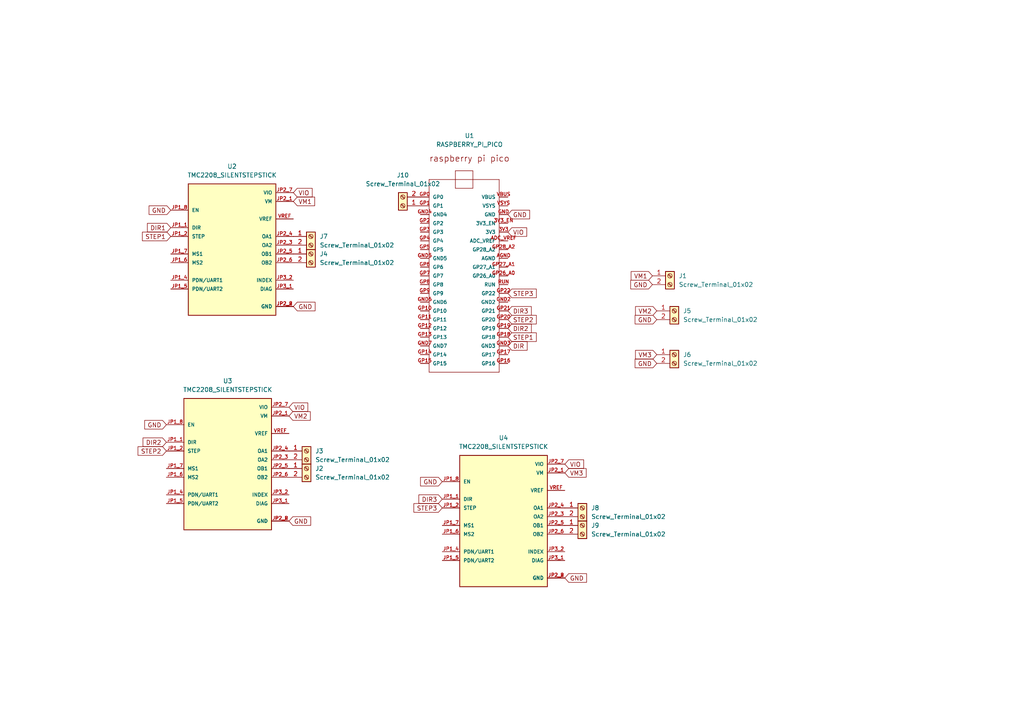
<source format=kicad_sch>
(kicad_sch (version 20250114) (generator "eeschema") (generator_version "9.0")
  (paper "A4")
  (lib_symbols
    (symbol "Connector:Screw_Terminal_01x02" (pin_names (offset 1.016) (hide yes))
      (property "Reference" "J" (at 0 2.54 0))
      (property "Value" "Screw_Terminal_01x02" (at 0 -5.08 0))
      (symbol "Screw_Terminal_01x02_1_1"
        (rectangle (start -1.27 1.27) (end 1.27 -3.81) (stroke (width 0.254)) (fill (type background)))
        (polyline (pts (xy -0.5334 0.3302) (xy 0.3302 -0.508)) (stroke (width 0.1524)))
        (polyline (pts (xy -0.5334 -2.2098) (xy 0.3302 -3.048)) (stroke (width 0.1524)))
        (polyline (pts (xy -0.3556 0.508) (xy 0.508 -0.3302)) (stroke (width 0.1524)))
        (polyline (pts (xy -0.3556 -2.032) (xy 0.508 -2.8702)) (stroke (width 0.1524)))
        (circle (center 0 0) (radius 0.635) (stroke (width 0.1524)))
        (circle (center 0 -2.54) (radius 0.635) (stroke (width 0.1524)))
        (pin passive line (at -5.08 0 0) (length 3.81) (name "Pin_1") (number "1"))
        (pin passive line (at -5.08 -2.54 0) (length 3.81) (name "Pin_2") (number "2"))
      )
    )
    (symbol "TMC2208:TMC2208_SILENTSTEPSTICK" (pin_names (offset 1.016))
      (property "Reference" "U" (at -12.7 19.05 0))
      (property "Value" "TMC2208_SILENTSTEPSTICK" (at -12.7 -22.86 0))
      (symbol "TMC2208_SILENTSTEPSTICK_0_0"
        (rectangle (start -12.7 -20.32) (end 12.7 17.78) (stroke (width 0.254)) (fill (type background)))
        (pin input line (at -17.78 10.16 0) (length 5.08) (name "EN") (number "JP1_8"))
        (pin input line (at -17.78 5.08 0) (length 5.08) (name "DIR") (number "JP1_1"))
        (pin input line (at -17.78 2.54 0) (length 5.08) (name "STEP") (number "JP1_2"))
        (pin input line (at -17.78 -2.54 0) (length 5.08) (name "MS1") (number "JP1_7"))
        (pin input line (at -17.78 -5.08 0) (length 5.08) (name "MS2") (number "JP1_6"))
        (pin bidirectional line (at -17.78 -10.16 0) (length 5.08) (name "PDN/UART1") (number "JP1_4"))
        (pin bidirectional line (at -17.78 -12.7 0) (length 5.08) (name "PDN/UART2") (number "JP1_5"))
        (pin power_in line (at 17.78 15.24 180) (length 5.08) (name "VIO") (number "JP2_7"))
        (pin power_in line (at 17.78 12.7 180) (length 5.08) (name "VM") (number "JP2_1"))
        (pin passive line (at 17.78 7.62 180) (length 5.08) (name "VREF") (number "VREF"))
        (pin passive line (at 17.78 2.54 180) (length 5.08) (name "OA1") (number "JP2_4"))
        (pin passive line (at 17.78 0 180) (length 5.08) (name "OA2") (number "JP2_3"))
        (pin passive line (at 17.78 -2.54 180) (length 5.08) (name "OB1") (number "JP2_5"))
        (pin passive line (at 17.78 -5.08 180) (length 5.08) (name "OB2") (number "JP2_6"))
        (pin output line (at 17.78 -10.16 180) (length 5.08) (name "INDEX") (number "JP3_2"))
        (pin output line (at 17.78 -12.7 180) (length 5.08) (name "DIAG") (number "JP3_1"))
        (pin power_in line (at 17.78 -17.78 180) (length 5.08) (name "GND") (number "JP2_2"))
        (pin power_in line (at 17.78 -17.78 180) (length 5.08) (name "GND") (number "JP2_8"))
      )
    )
    (symbol "pi pico:RASPBERRY_PI_PICO" (pin_names (offset 1.016))
      (property "Reference" "U" (at 0 0 0))
      (property "Value" "RASPBERRY_PI_PICO" (at 0 0 0))
      (symbol "RASPBERRY_PI_PICO_0_0"
        (polyline (pts (xy -7.62 25.4) (xy -7.62 -30.48)) (stroke (width 0.1524)))
        (polyline (pts (xy -7.62 -30.48) (xy 12.7 -30.48)) (stroke (width 0.1524)))
        (polyline (pts (xy 0 27.94) (xy 0 22.86)) (stroke (width 0.1524)))
        (polyline (pts (xy 0 22.86) (xy 5.08 22.86)) (stroke (width 0.1524)))
        (polyline (pts (xy 5.08 27.94) (xy 0 27.94)) (stroke (width 0.1524)))
        (polyline (pts (xy 5.08 22.86) (xy 5.08 27.94)) (stroke (width 0.1524)))
        (polyline (pts (xy 12.7 25.4) (xy -7.62 25.4)) (stroke (width 0.1524)))
        (polyline (pts (xy 12.7 -30.48) (xy 12.7 25.4)) (stroke (width 0.1524)))
        (text "raspberry pi pico" (at -7.62 30.48 0) (effects (font (size 1.778 1.778)) (justify left bottom)))
        (pin bidirectional line (at -10.16 20.32 0) (length 2.54) (name "GP0") (number "GP0"))
        (pin bidirectional line (at -10.16 17.78 0) (length 2.54) (name "GP1") (number "GP1"))
        (pin bidirectional line (at -10.16 15.24 0) (length 2.54) (name "GND4") (number "GND4"))
        (pin bidirectional line (at -10.16 12.7 0) (length 2.54) (name "GP2") (number "GP2"))
        (pin bidirectional line (at -10.16 10.16 0) (length 2.54) (name "GP3") (number "GP3"))
        (pin bidirectional line (at -10.16 7.62 0) (length 2.54) (name "GP4") (number "GP4"))
        (pin bidirectional line (at -10.16 5.08 0) (length 2.54) (name "GP5") (number "GP5"))
        (pin bidirectional line (at -10.16 2.54 0) (length 2.54) (name "GND5") (number "GND5"))
        (pin bidirectional line (at -10.16 0 0) (length 2.54) (name "GP6") (number "GP6"))
        (pin bidirectional line (at -10.16 -2.54 0) (length 2.54) (name "GP7") (number "GP7"))
        (pin bidirectional line (at -10.16 -5.08 0) (length 2.54) (name "GP8") (number "GP8"))
        (pin bidirectional line (at -10.16 -7.62 0) (length 2.54) (name "GP9") (number "GP9"))
        (pin bidirectional line (at -10.16 -10.16 0) (length 2.54) (name "GND6") (number "GND6"))
        (pin bidirectional line (at -10.16 -12.7 0) (length 2.54) (name "GP10") (number "GP10"))
        (pin bidirectional line (at -10.16 -15.24 0) (length 2.54) (name "GP11") (number "GP11"))
        (pin bidirectional line (at -10.16 -17.78 0) (length 2.54) (name "GP12") (number "GP12"))
        (pin bidirectional line (at -10.16 -20.32 0) (length 2.54) (name "GP13") (number "GP13"))
        (pin bidirectional line (at -10.16 -22.86 0) (length 2.54) (name "GND7") (number "GND7"))
        (pin bidirectional line (at -10.16 -25.4 0) (length 2.54) (name "GP14") (number "GP14"))
        (pin bidirectional line (at -10.16 -27.94 0) (length 2.54) (name "GP15") (number "GP15"))
        (pin bidirectional line (at 15.24 20.32 180) (length 2.54) (name "VBUS") (number "VBUS"))
        (pin bidirectional line (at 15.24 17.78 180) (length 2.54) (name "VSYS") (number "VSYS"))
        (pin bidirectional line (at 15.24 15.24 180) (length 2.54) (name "GND") (number "GND"))
        (pin bidirectional line (at 15.24 12.7 180) (length 2.54) (name "3V3_EN") (number "3V3_EN"))
        (pin bidirectional line (at 15.24 10.16 180) (length 2.54) (name "3V3") (number "3V3"))
        (pin bidirectional line (at 15.24 7.62 180) (length 2.54) (name "ADC_VREF") (number "ADC_VREF"))
        (pin bidirectional line (at 15.24 5.08 180) (length 2.54) (name "GP28_A2") (number "GP28_A2"))
        (pin bidirectional line (at 15.24 2.54 180) (length 2.54) (name "AGND") (number "AGND"))
        (pin bidirectional line (at 15.24 0 180) (length 2.54) (name "GP27_A1") (number "GP27_A1"))
        (pin bidirectional line (at 15.24 -2.54 180) (length 2.54) (name "GP26_A0") (number "GP26_A0"))
        (pin bidirectional line (at 15.24 -5.08 180) (length 2.54) (name "RUN") (number "RUN"))
        (pin bidirectional line (at 15.24 -7.62 180) (length 2.54) (name "GP22") (number "GP22"))
        (pin bidirectional line (at 15.24 -10.16 180) (length 2.54) (name "GND2") (number "GND2"))
        (pin bidirectional line (at 15.24 -12.7 180) (length 2.54) (name "GP21") (number "GP21"))
        (pin bidirectional line (at 15.24 -15.24 180) (length 2.54) (name "GP20") (number "GP20"))
        (pin bidirectional line (at 15.24 -17.78 180) (length 2.54) (name "GP19") (number "GP19"))
        (pin bidirectional line (at 15.24 -20.32 180) (length 2.54) (name "GP18") (number "GP18"))
        (pin bidirectional line (at 15.24 -22.86 180) (length 2.54) (name "GND3") (number "GND3"))
        (pin bidirectional line (at 15.24 -25.4 180) (length 2.54) (name "GP17") (number "GP17"))
        (pin bidirectional line (at 15.24 -27.94 180) (length 2.54) (name "GP16") (number "GP16"))
      )
    )
  )
  (global_label "VM1" (shape input) (at 189.23 80.01 180) (property "Intersheetrefs" "${INTERSHEET_REFS}" (effects (hide yes))))
  (global_label "GND" (shape input) (at 85.09 88.9 0) (property "Intersheetrefs" "${INTERSHEET_REFS}" (effects (hide yes))))
  (global_label "VIO" (shape input) (at 83.82 118.11 0) (property "Intersheetrefs" "${INTERSHEET_REFS}" (effects (hide yes))))
  (global_label "GND" (shape input) (at 190.5 105.41 180) (property "Intersheetrefs" "${INTERSHEET_REFS}" (effects (hide yes))))
  (global_label "DIR1" (shape input) (at 49.53 66.04 180) (property "Intersheetrefs" "${INTERSHEET_REFS}" (effects (hide yes))))
  (global_label "VM3" (shape input) (at 163.83 137.16 0) (property "Intersheetrefs" "${INTERSHEET_REFS}" (effects (hide yes))))
  (global_label "VM2" (shape input) (at 190.5 90.17 180) (property "Intersheetrefs" "${INTERSHEET_REFS}" (effects (hide yes))))
  (global_label "GND" (shape input) (at 128.27 139.7 180) (property "Intersheetrefs" "${INTERSHEET_REFS}" (effects (hide yes))))
  (global_label "GND" (shape input) (at 48.26 123.19 180) (property "Intersheetrefs" "${INTERSHEET_REFS}" (effects (hide yes))))
  (global_label "VIO" (shape input) (at 163.83 134.62 0) (property "Intersheetrefs" "${INTERSHEET_REFS}" (effects (hide yes))))
  (global_label "STEP2" (shape input) (at 147.32 92.71 0) (property "Intersheetrefs" "${INTERSHEET_REFS}" (effects (hide yes))))
  (global_label "STEP3" (shape input) (at 147.32 85.09 0) (property "Intersheetrefs" "${INTERSHEET_REFS}" (effects (hide yes))))
  (global_label "DIR2" (shape input) (at 147.32 95.25 0) (property "Intersheetrefs" "${INTERSHEET_REFS}" (effects (hide yes))))
  (global_label "DIR3" (shape input) (at 147.32 90.17 0) (property "Intersheetrefs" "${INTERSHEET_REFS}" (effects (hide yes))))
  (global_label "GND" (shape input) (at 49.53 60.96 180) (property "Intersheetrefs" "${INTERSHEET_REFS}" (effects (hide yes))))
  (global_label "DIR2" (shape input) (at 48.26 128.27 180) (property "Intersheetrefs" "${INTERSHEET_REFS}" (effects (hide yes))))
  (global_label "VM2" (shape input) (at 83.82 120.65 0) (property "Intersheetrefs" "${INTERSHEET_REFS}" (effects (hide yes))))
  (global_label "STEP1" (shape input) (at 147.32 97.79 0) (property "Intersheetrefs" "${INTERSHEET_REFS}" (effects (hide yes))))
  (global_label "STEP1" (shape input) (at 49.53 68.58 180) (property "Intersheetrefs" "${INTERSHEET_REFS}" (effects (hide yes))))
  (global_label "GND" (shape input) (at 190.5 92.71 180) (property "Intersheetrefs" "${INTERSHEET_REFS}" (effects (hide yes))))
  (global_label "GND" (shape input) (at 163.83 167.64 0) (property "Intersheetrefs" "${INTERSHEET_REFS}" (effects (hide yes))))
  (global_label "VIO" (shape input) (at 147.32 67.31 0) (property "Intersheetrefs" "${INTERSHEET_REFS}" (effects (hide yes))))
  (global_label "VM3" (shape input) (at 190.5 102.87 180) (property "Intersheetrefs" "${INTERSHEET_REFS}" (effects (hide yes))))
  (global_label "VM1" (shape input) (at 85.09 58.42 0) (property "Intersheetrefs" "${INTERSHEET_REFS}" (effects (hide yes))))
  (global_label "DIR3" (shape input) (at 128.27 144.78 180) (property "Intersheetrefs" "${INTERSHEET_REFS}" (effects (hide yes))))
  (global_label "VIO" (shape input) (at 85.09 55.88 0) (property "Intersheetrefs" "${INTERSHEET_REFS}" (effects (hide yes))))
  (global_label "GND" (shape input) (at 83.82 151.13 0) (property "Intersheetrefs" "${INTERSHEET_REFS}" (effects (hide yes))))
  (global_label "GND" (shape input) (at 189.23 82.55 180) (property "Intersheetrefs" "${INTERSHEET_REFS}" (effects (hide yes))))
  (global_label "STEP2" (shape input) (at 48.26 130.81 180) (property "Intersheetrefs" "${INTERSHEET_REFS}" (effects (hide yes))))
  (global_label "GND" (shape input) (at 147.32 62.23 0) (property "Intersheetrefs" "${INTERSHEET_REFS}" (effects (hide yes))))
  (global_label "STEP3" (shape input) (at 128.27 147.32 180) (property "Intersheetrefs" "${INTERSHEET_REFS}" (effects (hide yes))))
  (global_label "DIR" (shape input) (at 147.32 100.33 0) (property "Intersheetrefs" "${INTERSHEET_REFS}" (effects (hide yes))))
  (symbol (lib_id "Connector:Screw_Terminal_01x02") (at 168.91 147.32 0) (unit 1)
    (property "Reference" "J8" (at 171.45 147.3199 0) (effects (justify left)))
    (property "Value" "Screw_Terminal_01x02" (at 171.45 149.8599 0) (effects (justify left)))
    (property "Footprint" "TerminalBlock_MetzConnect:TerminalBlock_MetzConnect_360272_1x01_Horizontal_ScrewM2.6" (effects (hide yes)))
    (property "Description" "Generic screw terminal, single row, 01x02, script generated (kicad-library-utils/schlib/autogen/connector/)" (effects (hide yes)))
  )
  (symbol (lib_id "Connector:Screw_Terminal_01x02") (at 88.9 130.81 0) (unit 1)
    (property "Reference" "J3" (at 91.44 130.8099 0) (effects (justify left)))
    (property "Value" "Screw_Terminal_01x02" (at 91.44 133.3499 0) (effects (justify left)))
    (property "Footprint" "TerminalBlock_MetzConnect:TerminalBlock_MetzConnect_360272_1x01_Horizontal_ScrewM2.6" (effects (hide yes)))
    (property "Description" "Generic screw terminal, single row, 01x02, script generated (kicad-library-utils/schlib/autogen/connector/)" (effects (hide yes)))
  )
  (symbol (lib_id "Connector:Screw_Terminal_01x02") (at 88.9 135.89 0) (unit 1)
    (property "Reference" "J2" (at 91.44 135.8899 0) (effects (justify left)))
    (property "Value" "Screw_Terminal_01x02" (at 91.44 138.4299 0) (effects (justify left)))
    (property "Footprint" "TerminalBlock_MetzConnect:TerminalBlock_MetzConnect_360272_1x01_Horizontal_ScrewM2.6" (effects (hide yes)))
    (property "Description" "Generic screw terminal, single row, 01x02, script generated (kicad-library-utils/schlib/autogen/connector/)" (effects (hide yes)))
  )
  (symbol (lib_id "TMC2208:TMC2208_SILENTSTEPSTICK") (at 146.05 149.86 0) (unit 1)
    (property "Reference" "U4" (at 146.05 127 0))
    (property "Value" "TMC2208_SILENTSTEPSTICK" (at 146.05 129.54 0))
    (property "Footprint" "tmc:MODULE_TMC2208_SILENTSTEPSTICK" (effects (hide yes)))
    (property "MF" "Trinamic Motion" (effects (hide yes)))
    (property "Description_1" "TMC2208 Motor Controller/Driver, Stepper Power Management Evaluation Board" (effects (hide yes)))
    (property "Package" "None" (effects (hide yes)))
    (property "Price" "None" (effects (hide yes)))
    (property "Check_prices" "https://www.snapeda.com/parts/TMC2208%20SILENTSTEPSTICK/Trinamic/view-part/?ref=eda" (effects (hide yes)))
    (property "SnapEDA_Link" "https://www.snapeda.com/parts/TMC2208%20SILENTSTEPSTICK/Trinamic/view-part/?ref=snap" (effects (hide yes)))
    (property "MP" "TMC2208 SILENTSTEPSTICK" (effects (hide yes)))
    (property "Availability" "In Stock" (effects (hide yes)))
    (property "MANUFACTURER" "Trinamic Motion" (effects (hide yes)))
  )
  (symbol (lib_id "Connector:Screw_Terminal_01x02") (at 168.91 152.4 0) (unit 1)
    (property "Reference" "J9" (at 171.45 152.3999 0) (effects (justify left)))
    (property "Value" "Screw_Terminal_01x02" (at 171.45 154.9399 0) (effects (justify left)))
    (property "Footprint" "TerminalBlock_MetzConnect:TerminalBlock_MetzConnect_360272_1x01_Horizontal_ScrewM2.6" (effects (hide yes)))
    (property "Description" "Generic screw terminal, single row, 01x02, script generated (kicad-library-utils/schlib/autogen/connector/)" (effects (hide yes)))
  )
  (symbol (lib_id "pi pico:RASPBERRY_PI_PICO") (at 132.08 77.47 0) (unit 1)
    (property "Reference" "U1" (at 136.1771 39.37 0))
    (property "Value" "RASPBERRY_PI_PICO" (at 136.1771 41.91 0))
    (property "Footprint" "pi pico:RASPBERRY_PI_PICO" (effects (hide yes)))
    (property "MF" "Raspberry Pi" (effects (hide yes)))
    (property "Description_1" "Raspberry Pi Board, Arm Cortex-M0+; Core Architecture:Arm; Core Sub-Architecture:Cortex-M0+; Kit Contents:Raspberry Pi Pico Board; No. Of Bits:32Bit; Silicon Core Number:Rp2040; Silicon Manufacturer:Raspberry Pi |Raspberry-Pi RASPBERRY PI PICO" (effects (hide yes)))
    (property "Package" "None" (effects (hide yes)))
    (property "Price" "None" (effects (hide yes)))
    (property "SnapEDA_Link" "https://www.snapeda.com/parts/RASPBERRY%20PI%20PICO/Raspberry+Pi/view-part/?ref=snap" (effects (hide yes)))
    (property "MP" "RASPBERRY PI PICO" (effects (hide yes)))
    (property "Availability" "In Stock" (effects (hide yes)))
    (property "Check_prices" "https://www.snapeda.com/parts/RASPBERRY%20PI%20PICO/Raspberry+Pi/view-part/?ref=eda" (effects (hide yes)))
  )
  (symbol (lib_id "Connector:Screw_Terminal_01x02") (at 90.17 68.58 0) (unit 1)
    (property "Reference" "J7" (at 92.71 68.5799 0) (effects (justify left)))
    (property "Value" "Screw_Terminal_01x02" (at 92.71 71.1199 0) (effects (justify left)))
    (property "Footprint" "TerminalBlock_MetzConnect:TerminalBlock_MetzConnect_360272_1x01_Horizontal_ScrewM2.6" (effects (hide yes)))
    (property "Description" "Generic screw terminal, single row, 01x02, script generated (kicad-library-utils/schlib/autogen/connector/)" (effects (hide yes)))
  )
  (symbol (lib_id "Connector:Screw_Terminal_01x02") (at 195.58 102.87 0) (unit 1)
    (property "Reference" "J6" (at 198.12 102.8699 0) (effects (justify left)))
    (property "Value" "Screw_Terminal_01x02" (at 198.12 105.4099 0) (effects (justify left)))
    (property "Footprint" "TerminalBlock_MetzConnect:TerminalBlock_MetzConnect_360272_1x01_Horizontal_ScrewM2.6" (effects (hide yes)))
    (property "Description" "Generic screw terminal, single row, 01x02, script generated (kicad-library-utils/schlib/autogen/connector/)" (effects (hide yes)))
  )
  (symbol (lib_id "Connector:Screw_Terminal_01x02") (at 194.31 80.01 0) (unit 1)
    (property "Reference" "J1" (at 196.85 80.0099 0) (effects (justify left)))
    (property "Value" "Screw_Terminal_01x02" (at 196.85 82.5499 0) (effects (justify left)))
    (property "Footprint" "TerminalBlock_MetzConnect:TerminalBlock_MetzConnect_360272_1x01_Horizontal_ScrewM2.6" (effects (hide yes)))
    (property "Description" "Generic screw terminal, single row, 01x02, script generated (kicad-library-utils/schlib/autogen/connector/)" (effects (hide yes)))
  )
  (symbol (lib_id "TMC2208:TMC2208_SILENTSTEPSTICK") (at 66.04 133.35 0) (unit 1)
    (property "Reference" "U3" (at 66.04 110.49 0))
    (property "Value" "TMC2208_SILENTSTEPSTICK" (at 66.04 113.03 0))
    (property "Footprint" "tmc:MODULE_TMC2208_SILENTSTEPSTICK" (effects (hide yes)))
    (property "MF" "Trinamic Motion" (effects (hide yes)))
    (property "Description_1" "TMC2208 Motor Controller/Driver, Stepper Power Management Evaluation Board" (effects (hide yes)))
    (property "Package" "None" (effects (hide yes)))
    (property "Price" "None" (effects (hide yes)))
    (property "Check_prices" "https://www.snapeda.com/parts/TMC2208%20SILENTSTEPSTICK/Trinamic/view-part/?ref=eda" (effects (hide yes)))
    (property "SnapEDA_Link" "https://www.snapeda.com/parts/TMC2208%20SILENTSTEPSTICK/Trinamic/view-part/?ref=snap" (effects (hide yes)))
    (property "MP" "TMC2208 SILENTSTEPSTICK" (effects (hide yes)))
    (property "Availability" "In Stock" (effects (hide yes)))
    (property "MANUFACTURER" "Trinamic Motion" (effects (hide yes)))
  )
  (symbol (lib_id "Connector:Screw_Terminal_01x02") (at 90.17 73.66 0) (unit 1)
    (property "Reference" "J4" (at 92.71 73.6599 0) (effects (justify left)))
    (property "Value" "Screw_Terminal_01x02" (at 92.71 76.1999 0) (effects (justify left)))
    (property "Footprint" "TerminalBlock_MetzConnect:TerminalBlock_MetzConnect_360272_1x01_Horizontal_ScrewM2.6" (effects (hide yes)))
    (property "Description" "Generic screw terminal, single row, 01x02, script generated (kicad-library-utils/schlib/autogen/connector/)" (effects (hide yes)))
  )
  (symbol (lib_id "Connector:Screw_Terminal_01x02") (at 195.58 90.17 0) (unit 1)
    (property "Reference" "J5" (at 198.12 90.1699 0) (effects (justify left)))
    (property "Value" "Screw_Terminal_01x02" (at 198.12 92.7099 0) (effects (justify left)))
    (property "Footprint" "TerminalBlock_MetzConnect:TerminalBlock_MetzConnect_360272_1x01_Horizontal_ScrewM2.6" (effects (hide yes)))
    (property "Description" "Generic screw terminal, single row, 01x02, script generated (kicad-library-utils/schlib/autogen/connector/)" (effects (hide yes)))
  )
  (symbol (lib_id "Connector:Screw_Terminal_01x02") (at 116.84 59.69 180) (unit 1)
    (property "Reference" "J10" (at 116.84 50.8 0))
    (property "Value" "Screw_Terminal_01x02" (at 116.84 53.34 0))
    (property "Footprint" "TerminalBlock_MetzConnect:TerminalBlock_MetzConnect_360272_1x01_Horizontal_ScrewM2.6" (effects (hide yes)))
    (property "Description" "Generic screw terminal, single row, 01x02, script generated (kicad-library-utils/schlib/autogen/connector/)" (effects (hide yes)))
  )
  (symbol (lib_id "TMC2208:TMC2208_SILENTSTEPSTICK") (at 67.31 71.12 0) (unit 1)
    (property "Reference" "U2" (at 67.31 48.26 0))
    (property "Value" "TMC2208_SILENTSTEPSTICK" (at 67.31 50.8 0))
    (property "Footprint" "tmc:MODULE_TMC2208_SILENTSTEPSTICK" (effects (hide yes)))
    (property "MF" "Trinamic Motion" (effects (hide yes)))
    (property "Description_1" "TMC2208 Motor Controller/Driver, Stepper Power Management Evaluation Board" (effects (hide yes)))
    (property "Package" "None" (effects (hide yes)))
    (property "Price" "None" (effects (hide yes)))
    (property "Check_prices" "https://www.snapeda.com/parts/TMC2208%20SILENTSTEPSTICK/Trinamic/view-part/?ref=eda" (effects (hide yes)))
    (property "SnapEDA_Link" "https://www.snapeda.com/parts/TMC2208%20SILENTSTEPSTICK/Trinamic/view-part/?ref=snap" (effects (hide yes)))
    (property "MP" "TMC2208 SILENTSTEPSTICK" (effects (hide yes)))
    (property "Availability" "In Stock" (effects (hide yes)))
    (property "MANUFACTURER" "Trinamic Motion" (effects (hide yes)))
  )
)
</source>
